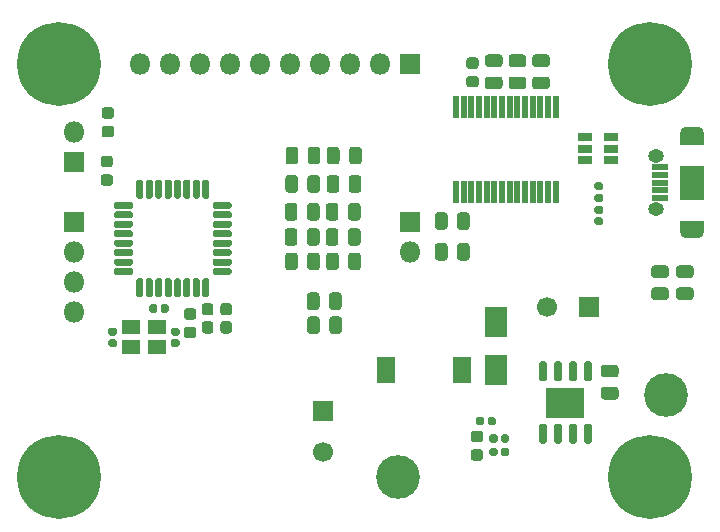
<source format=gbr>
%TF.GenerationSoftware,KiCad,Pcbnew,5.1.6*%
%TF.CreationDate,2021-04-06T07:59:24+02:00*%
%TF.ProjectId,teriyaki,74657269-7961-46b6-992e-6b696361645f,rev?*%
%TF.SameCoordinates,Original*%
%TF.FileFunction,Soldermask,Top*%
%TF.FilePolarity,Negative*%
%FSLAX46Y46*%
G04 Gerber Fmt 4.6, Leading zero omitted, Abs format (unit mm)*
G04 Created by KiCad (PCBNEW 5.1.6) date 2021-04-06 07:59:24*
%MOMM*%
%LPD*%
G01*
G04 APERTURE LIST*
%ADD10O,1.800000X1.800000*%
%ADD11R,1.800000X1.800000*%
%ADD12C,0.900000*%
%ADD13C,7.100000*%
%ADD14C,1.700000*%
%ADD15R,1.700000X1.700000*%
%ADD16R,1.900000X2.600000*%
%ADD17O,1.350000X1.150000*%
%ADD18R,1.450000X0.500000*%
%ADD19O,2.000000X1.100000*%
%ADD20R,2.000000X3.000000*%
%ADD21R,2.000000X0.975000*%
%ADD22R,1.600000X2.300000*%
%ADD23C,3.700000*%
%ADD24R,3.200000X2.510000*%
%ADD25R,0.550000X1.850000*%
%ADD26R,1.160000X0.750000*%
%ADD27R,1.500000X1.300000*%
G04 APERTURE END LIST*
%TO.C,R15*%
G36*
G01*
X95848750Y-94942500D02*
X96411250Y-94942500D01*
G75*
G02*
X96655000Y-95186250I0J-243750D01*
G01*
X96655000Y-95673750D01*
G75*
G02*
X96411250Y-95917500I-243750J0D01*
G01*
X95848750Y-95917500D01*
G75*
G02*
X95605000Y-95673750I0J243750D01*
G01*
X95605000Y-95186250D01*
G75*
G02*
X95848750Y-94942500I243750J0D01*
G01*
G37*
G36*
G01*
X95848750Y-93367500D02*
X96411250Y-93367500D01*
G75*
G02*
X96655000Y-93611250I0J-243750D01*
G01*
X96655000Y-94098750D01*
G75*
G02*
X96411250Y-94342500I-243750J0D01*
G01*
X95848750Y-94342500D01*
G75*
G02*
X95605000Y-94098750I0J243750D01*
G01*
X95605000Y-93611250D01*
G75*
G02*
X95848750Y-93367500I243750J0D01*
G01*
G37*
%TD*%
%TO.C,R14*%
G36*
G01*
X96315250Y-98441500D02*
X95752750Y-98441500D01*
G75*
G02*
X95509000Y-98197750I0J243750D01*
G01*
X95509000Y-97710250D01*
G75*
G02*
X95752750Y-97466500I243750J0D01*
G01*
X96315250Y-97466500D01*
G75*
G02*
X96559000Y-97710250I0J-243750D01*
G01*
X96559000Y-98197750D01*
G75*
G02*
X96315250Y-98441500I-243750J0D01*
G01*
G37*
G36*
G01*
X96315250Y-100016500D02*
X95752750Y-100016500D01*
G75*
G02*
X95509000Y-99772750I0J243750D01*
G01*
X95509000Y-99285250D01*
G75*
G02*
X95752750Y-99041500I243750J0D01*
G01*
X96315250Y-99041500D01*
G75*
G02*
X96559000Y-99285250I0J-243750D01*
G01*
X96559000Y-99772750D01*
G75*
G02*
X96315250Y-100016500I-243750J0D01*
G01*
G37*
%TD*%
%TO.C,U2*%
G36*
G01*
X98100000Y-107570000D02*
X96800000Y-107570000D01*
G75*
G02*
X96650000Y-107420000I0J150000D01*
G01*
X96650000Y-107120000D01*
G75*
G02*
X96800000Y-106970000I150000J0D01*
G01*
X98100000Y-106970000D01*
G75*
G02*
X98250000Y-107120000I0J-150000D01*
G01*
X98250000Y-107420000D01*
G75*
G02*
X98100000Y-107570000I-150000J0D01*
G01*
G37*
G36*
G01*
X98100000Y-106770000D02*
X96800000Y-106770000D01*
G75*
G02*
X96650000Y-106620000I0J150000D01*
G01*
X96650000Y-106320000D01*
G75*
G02*
X96800000Y-106170000I150000J0D01*
G01*
X98100000Y-106170000D01*
G75*
G02*
X98250000Y-106320000I0J-150000D01*
G01*
X98250000Y-106620000D01*
G75*
G02*
X98100000Y-106770000I-150000J0D01*
G01*
G37*
G36*
G01*
X98100000Y-105970000D02*
X96800000Y-105970000D01*
G75*
G02*
X96650000Y-105820000I0J150000D01*
G01*
X96650000Y-105520000D01*
G75*
G02*
X96800000Y-105370000I150000J0D01*
G01*
X98100000Y-105370000D01*
G75*
G02*
X98250000Y-105520000I0J-150000D01*
G01*
X98250000Y-105820000D01*
G75*
G02*
X98100000Y-105970000I-150000J0D01*
G01*
G37*
G36*
G01*
X98100000Y-105170000D02*
X96800000Y-105170000D01*
G75*
G02*
X96650000Y-105020000I0J150000D01*
G01*
X96650000Y-104720000D01*
G75*
G02*
X96800000Y-104570000I150000J0D01*
G01*
X98100000Y-104570000D01*
G75*
G02*
X98250000Y-104720000I0J-150000D01*
G01*
X98250000Y-105020000D01*
G75*
G02*
X98100000Y-105170000I-150000J0D01*
G01*
G37*
G36*
G01*
X98100000Y-104370000D02*
X96800000Y-104370000D01*
G75*
G02*
X96650000Y-104220000I0J150000D01*
G01*
X96650000Y-103920000D01*
G75*
G02*
X96800000Y-103770000I150000J0D01*
G01*
X98100000Y-103770000D01*
G75*
G02*
X98250000Y-103920000I0J-150000D01*
G01*
X98250000Y-104220000D01*
G75*
G02*
X98100000Y-104370000I-150000J0D01*
G01*
G37*
G36*
G01*
X98100000Y-103570000D02*
X96800000Y-103570000D01*
G75*
G02*
X96650000Y-103420000I0J150000D01*
G01*
X96650000Y-103120000D01*
G75*
G02*
X96800000Y-102970000I150000J0D01*
G01*
X98100000Y-102970000D01*
G75*
G02*
X98250000Y-103120000I0J-150000D01*
G01*
X98250000Y-103420000D01*
G75*
G02*
X98100000Y-103570000I-150000J0D01*
G01*
G37*
G36*
G01*
X98100000Y-102770000D02*
X96800000Y-102770000D01*
G75*
G02*
X96650000Y-102620000I0J150000D01*
G01*
X96650000Y-102320000D01*
G75*
G02*
X96800000Y-102170000I150000J0D01*
G01*
X98100000Y-102170000D01*
G75*
G02*
X98250000Y-102320000I0J-150000D01*
G01*
X98250000Y-102620000D01*
G75*
G02*
X98100000Y-102770000I-150000J0D01*
G01*
G37*
G36*
G01*
X98100000Y-101970000D02*
X96800000Y-101970000D01*
G75*
G02*
X96650000Y-101820000I0J150000D01*
G01*
X96650000Y-101520000D01*
G75*
G02*
X96800000Y-101370000I150000J0D01*
G01*
X98100000Y-101370000D01*
G75*
G02*
X98250000Y-101520000I0J-150000D01*
G01*
X98250000Y-101820000D01*
G75*
G02*
X98100000Y-101970000I-150000J0D01*
G01*
G37*
G36*
G01*
X98975000Y-101095000D02*
X98675000Y-101095000D01*
G75*
G02*
X98525000Y-100945000I0J150000D01*
G01*
X98525000Y-99645000D01*
G75*
G02*
X98675000Y-99495000I150000J0D01*
G01*
X98975000Y-99495000D01*
G75*
G02*
X99125000Y-99645000I0J-150000D01*
G01*
X99125000Y-100945000D01*
G75*
G02*
X98975000Y-101095000I-150000J0D01*
G01*
G37*
G36*
G01*
X99775000Y-101095000D02*
X99475000Y-101095000D01*
G75*
G02*
X99325000Y-100945000I0J150000D01*
G01*
X99325000Y-99645000D01*
G75*
G02*
X99475000Y-99495000I150000J0D01*
G01*
X99775000Y-99495000D01*
G75*
G02*
X99925000Y-99645000I0J-150000D01*
G01*
X99925000Y-100945000D01*
G75*
G02*
X99775000Y-101095000I-150000J0D01*
G01*
G37*
G36*
G01*
X100575000Y-101095000D02*
X100275000Y-101095000D01*
G75*
G02*
X100125000Y-100945000I0J150000D01*
G01*
X100125000Y-99645000D01*
G75*
G02*
X100275000Y-99495000I150000J0D01*
G01*
X100575000Y-99495000D01*
G75*
G02*
X100725000Y-99645000I0J-150000D01*
G01*
X100725000Y-100945000D01*
G75*
G02*
X100575000Y-101095000I-150000J0D01*
G01*
G37*
G36*
G01*
X101375000Y-101095000D02*
X101075000Y-101095000D01*
G75*
G02*
X100925000Y-100945000I0J150000D01*
G01*
X100925000Y-99645000D01*
G75*
G02*
X101075000Y-99495000I150000J0D01*
G01*
X101375000Y-99495000D01*
G75*
G02*
X101525000Y-99645000I0J-150000D01*
G01*
X101525000Y-100945000D01*
G75*
G02*
X101375000Y-101095000I-150000J0D01*
G01*
G37*
G36*
G01*
X102175000Y-101095000D02*
X101875000Y-101095000D01*
G75*
G02*
X101725000Y-100945000I0J150000D01*
G01*
X101725000Y-99645000D01*
G75*
G02*
X101875000Y-99495000I150000J0D01*
G01*
X102175000Y-99495000D01*
G75*
G02*
X102325000Y-99645000I0J-150000D01*
G01*
X102325000Y-100945000D01*
G75*
G02*
X102175000Y-101095000I-150000J0D01*
G01*
G37*
G36*
G01*
X102975000Y-101095000D02*
X102675000Y-101095000D01*
G75*
G02*
X102525000Y-100945000I0J150000D01*
G01*
X102525000Y-99645000D01*
G75*
G02*
X102675000Y-99495000I150000J0D01*
G01*
X102975000Y-99495000D01*
G75*
G02*
X103125000Y-99645000I0J-150000D01*
G01*
X103125000Y-100945000D01*
G75*
G02*
X102975000Y-101095000I-150000J0D01*
G01*
G37*
G36*
G01*
X103775000Y-101095000D02*
X103475000Y-101095000D01*
G75*
G02*
X103325000Y-100945000I0J150000D01*
G01*
X103325000Y-99645000D01*
G75*
G02*
X103475000Y-99495000I150000J0D01*
G01*
X103775000Y-99495000D01*
G75*
G02*
X103925000Y-99645000I0J-150000D01*
G01*
X103925000Y-100945000D01*
G75*
G02*
X103775000Y-101095000I-150000J0D01*
G01*
G37*
G36*
G01*
X104575000Y-101095000D02*
X104275000Y-101095000D01*
G75*
G02*
X104125000Y-100945000I0J150000D01*
G01*
X104125000Y-99645000D01*
G75*
G02*
X104275000Y-99495000I150000J0D01*
G01*
X104575000Y-99495000D01*
G75*
G02*
X104725000Y-99645000I0J-150000D01*
G01*
X104725000Y-100945000D01*
G75*
G02*
X104575000Y-101095000I-150000J0D01*
G01*
G37*
G36*
G01*
X106450000Y-101970000D02*
X105150000Y-101970000D01*
G75*
G02*
X105000000Y-101820000I0J150000D01*
G01*
X105000000Y-101520000D01*
G75*
G02*
X105150000Y-101370000I150000J0D01*
G01*
X106450000Y-101370000D01*
G75*
G02*
X106600000Y-101520000I0J-150000D01*
G01*
X106600000Y-101820000D01*
G75*
G02*
X106450000Y-101970000I-150000J0D01*
G01*
G37*
G36*
G01*
X106450000Y-102770000D02*
X105150000Y-102770000D01*
G75*
G02*
X105000000Y-102620000I0J150000D01*
G01*
X105000000Y-102320000D01*
G75*
G02*
X105150000Y-102170000I150000J0D01*
G01*
X106450000Y-102170000D01*
G75*
G02*
X106600000Y-102320000I0J-150000D01*
G01*
X106600000Y-102620000D01*
G75*
G02*
X106450000Y-102770000I-150000J0D01*
G01*
G37*
G36*
G01*
X106450000Y-103570000D02*
X105150000Y-103570000D01*
G75*
G02*
X105000000Y-103420000I0J150000D01*
G01*
X105000000Y-103120000D01*
G75*
G02*
X105150000Y-102970000I150000J0D01*
G01*
X106450000Y-102970000D01*
G75*
G02*
X106600000Y-103120000I0J-150000D01*
G01*
X106600000Y-103420000D01*
G75*
G02*
X106450000Y-103570000I-150000J0D01*
G01*
G37*
G36*
G01*
X106450000Y-104370000D02*
X105150000Y-104370000D01*
G75*
G02*
X105000000Y-104220000I0J150000D01*
G01*
X105000000Y-103920000D01*
G75*
G02*
X105150000Y-103770000I150000J0D01*
G01*
X106450000Y-103770000D01*
G75*
G02*
X106600000Y-103920000I0J-150000D01*
G01*
X106600000Y-104220000D01*
G75*
G02*
X106450000Y-104370000I-150000J0D01*
G01*
G37*
G36*
G01*
X106450000Y-105170000D02*
X105150000Y-105170000D01*
G75*
G02*
X105000000Y-105020000I0J150000D01*
G01*
X105000000Y-104720000D01*
G75*
G02*
X105150000Y-104570000I150000J0D01*
G01*
X106450000Y-104570000D01*
G75*
G02*
X106600000Y-104720000I0J-150000D01*
G01*
X106600000Y-105020000D01*
G75*
G02*
X106450000Y-105170000I-150000J0D01*
G01*
G37*
G36*
G01*
X106450000Y-105970000D02*
X105150000Y-105970000D01*
G75*
G02*
X105000000Y-105820000I0J150000D01*
G01*
X105000000Y-105520000D01*
G75*
G02*
X105150000Y-105370000I150000J0D01*
G01*
X106450000Y-105370000D01*
G75*
G02*
X106600000Y-105520000I0J-150000D01*
G01*
X106600000Y-105820000D01*
G75*
G02*
X106450000Y-105970000I-150000J0D01*
G01*
G37*
G36*
G01*
X106450000Y-106770000D02*
X105150000Y-106770000D01*
G75*
G02*
X105000000Y-106620000I0J150000D01*
G01*
X105000000Y-106320000D01*
G75*
G02*
X105150000Y-106170000I150000J0D01*
G01*
X106450000Y-106170000D01*
G75*
G02*
X106600000Y-106320000I0J-150000D01*
G01*
X106600000Y-106620000D01*
G75*
G02*
X106450000Y-106770000I-150000J0D01*
G01*
G37*
G36*
G01*
X106450000Y-107570000D02*
X105150000Y-107570000D01*
G75*
G02*
X105000000Y-107420000I0J150000D01*
G01*
X105000000Y-107120000D01*
G75*
G02*
X105150000Y-106970000I150000J0D01*
G01*
X106450000Y-106970000D01*
G75*
G02*
X106600000Y-107120000I0J-150000D01*
G01*
X106600000Y-107420000D01*
G75*
G02*
X106450000Y-107570000I-150000J0D01*
G01*
G37*
G36*
G01*
X104575000Y-109445000D02*
X104275000Y-109445000D01*
G75*
G02*
X104125000Y-109295000I0J150000D01*
G01*
X104125000Y-107995000D01*
G75*
G02*
X104275000Y-107845000I150000J0D01*
G01*
X104575000Y-107845000D01*
G75*
G02*
X104725000Y-107995000I0J-150000D01*
G01*
X104725000Y-109295000D01*
G75*
G02*
X104575000Y-109445000I-150000J0D01*
G01*
G37*
G36*
G01*
X103775000Y-109445000D02*
X103475000Y-109445000D01*
G75*
G02*
X103325000Y-109295000I0J150000D01*
G01*
X103325000Y-107995000D01*
G75*
G02*
X103475000Y-107845000I150000J0D01*
G01*
X103775000Y-107845000D01*
G75*
G02*
X103925000Y-107995000I0J-150000D01*
G01*
X103925000Y-109295000D01*
G75*
G02*
X103775000Y-109445000I-150000J0D01*
G01*
G37*
G36*
G01*
X102975000Y-109445000D02*
X102675000Y-109445000D01*
G75*
G02*
X102525000Y-109295000I0J150000D01*
G01*
X102525000Y-107995000D01*
G75*
G02*
X102675000Y-107845000I150000J0D01*
G01*
X102975000Y-107845000D01*
G75*
G02*
X103125000Y-107995000I0J-150000D01*
G01*
X103125000Y-109295000D01*
G75*
G02*
X102975000Y-109445000I-150000J0D01*
G01*
G37*
G36*
G01*
X102175000Y-109445000D02*
X101875000Y-109445000D01*
G75*
G02*
X101725000Y-109295000I0J150000D01*
G01*
X101725000Y-107995000D01*
G75*
G02*
X101875000Y-107845000I150000J0D01*
G01*
X102175000Y-107845000D01*
G75*
G02*
X102325000Y-107995000I0J-150000D01*
G01*
X102325000Y-109295000D01*
G75*
G02*
X102175000Y-109445000I-150000J0D01*
G01*
G37*
G36*
G01*
X101375000Y-109445000D02*
X101075000Y-109445000D01*
G75*
G02*
X100925000Y-109295000I0J150000D01*
G01*
X100925000Y-107995000D01*
G75*
G02*
X101075000Y-107845000I150000J0D01*
G01*
X101375000Y-107845000D01*
G75*
G02*
X101525000Y-107995000I0J-150000D01*
G01*
X101525000Y-109295000D01*
G75*
G02*
X101375000Y-109445000I-150000J0D01*
G01*
G37*
G36*
G01*
X100575000Y-109445000D02*
X100275000Y-109445000D01*
G75*
G02*
X100125000Y-109295000I0J150000D01*
G01*
X100125000Y-107995000D01*
G75*
G02*
X100275000Y-107845000I150000J0D01*
G01*
X100575000Y-107845000D01*
G75*
G02*
X100725000Y-107995000I0J-150000D01*
G01*
X100725000Y-109295000D01*
G75*
G02*
X100575000Y-109445000I-150000J0D01*
G01*
G37*
G36*
G01*
X99775000Y-109445000D02*
X99475000Y-109445000D01*
G75*
G02*
X99325000Y-109295000I0J150000D01*
G01*
X99325000Y-107995000D01*
G75*
G02*
X99475000Y-107845000I150000J0D01*
G01*
X99775000Y-107845000D01*
G75*
G02*
X99925000Y-107995000I0J-150000D01*
G01*
X99925000Y-109295000D01*
G75*
G02*
X99775000Y-109445000I-150000J0D01*
G01*
G37*
G36*
G01*
X98975000Y-109445000D02*
X98675000Y-109445000D01*
G75*
G02*
X98525000Y-109295000I0J150000D01*
G01*
X98525000Y-107995000D01*
G75*
G02*
X98675000Y-107845000I150000J0D01*
G01*
X98975000Y-107845000D01*
G75*
G02*
X99125000Y-107995000I0J-150000D01*
G01*
X99125000Y-109295000D01*
G75*
G02*
X98975000Y-109445000I-150000J0D01*
G01*
G37*
%TD*%
%TO.C,C13*%
G36*
G01*
X102808750Y-111947500D02*
X103371250Y-111947500D01*
G75*
G02*
X103615000Y-112191250I0J-243750D01*
G01*
X103615000Y-112678750D01*
G75*
G02*
X103371250Y-112922500I-243750J0D01*
G01*
X102808750Y-112922500D01*
G75*
G02*
X102565000Y-112678750I0J243750D01*
G01*
X102565000Y-112191250D01*
G75*
G02*
X102808750Y-111947500I243750J0D01*
G01*
G37*
G36*
G01*
X102808750Y-110372500D02*
X103371250Y-110372500D01*
G75*
G02*
X103615000Y-110616250I0J-243750D01*
G01*
X103615000Y-111103750D01*
G75*
G02*
X103371250Y-111347500I-243750J0D01*
G01*
X102808750Y-111347500D01*
G75*
G02*
X102565000Y-111103750I0J243750D01*
G01*
X102565000Y-110616250D01*
G75*
G02*
X102808750Y-110372500I243750J0D01*
G01*
G37*
%TD*%
D10*
%TO.C,J3*%
X98830000Y-89680000D03*
X101370000Y-89680000D03*
X103910000Y-89680000D03*
X106450000Y-89680000D03*
X108990000Y-89680000D03*
X111530000Y-89680000D03*
X114070000Y-89680000D03*
X116610000Y-89680000D03*
X119150000Y-89680000D03*
D11*
X121690000Y-89680000D03*
%TD*%
D10*
%TO.C,J4*%
X93230000Y-95430000D03*
D11*
X93230000Y-97970000D03*
%TD*%
D12*
%TO.C,H3*%
X93856155Y-122843845D03*
X92000000Y-122075000D03*
X90143845Y-122843845D03*
X89375000Y-124700000D03*
X90143845Y-126556155D03*
X92000000Y-127325000D03*
X93856155Y-126556155D03*
X94625000Y-124700000D03*
D13*
X92000000Y-124700000D03*
%TD*%
D12*
%TO.C,H4*%
X143856155Y-87843845D03*
X142000000Y-87075000D03*
X140143845Y-87843845D03*
X139375000Y-89700000D03*
X140143845Y-91556155D03*
X142000000Y-92325000D03*
X143856155Y-91556155D03*
X144625000Y-89700000D03*
D13*
X142000000Y-89700000D03*
%TD*%
D12*
%TO.C,H2*%
X93856155Y-87843845D03*
X92000000Y-87075000D03*
X90143845Y-87843845D03*
X89375000Y-89700000D03*
X90143845Y-91556155D03*
X92000000Y-92325000D03*
X93856155Y-91556155D03*
X94625000Y-89700000D03*
D13*
X92000000Y-89700000D03*
%TD*%
D12*
%TO.C,H1*%
X143856155Y-122843845D03*
X142000000Y-122075000D03*
X140143845Y-122843845D03*
X139375000Y-124700000D03*
X140143845Y-126556155D03*
X142000000Y-127325000D03*
X143856155Y-126556155D03*
X144625000Y-124700000D03*
D13*
X142000000Y-124700000D03*
%TD*%
%TO.C,C1*%
G36*
G01*
X131281250Y-89962500D02*
X130318750Y-89962500D01*
G75*
G02*
X130050000Y-89693750I0J268750D01*
G01*
X130050000Y-89156250D01*
G75*
G02*
X130318750Y-88887500I268750J0D01*
G01*
X131281250Y-88887500D01*
G75*
G02*
X131550000Y-89156250I0J-268750D01*
G01*
X131550000Y-89693750D01*
G75*
G02*
X131281250Y-89962500I-268750J0D01*
G01*
G37*
G36*
G01*
X131281250Y-91837500D02*
X130318750Y-91837500D01*
G75*
G02*
X130050000Y-91568750I0J268750D01*
G01*
X130050000Y-91031250D01*
G75*
G02*
X130318750Y-90762500I268750J0D01*
G01*
X131281250Y-90762500D01*
G75*
G02*
X131550000Y-91031250I0J-268750D01*
G01*
X131550000Y-91568750D01*
G75*
G02*
X131281250Y-91837500I-268750J0D01*
G01*
G37*
%TD*%
D14*
%TO.C,C2*%
X133350000Y-110236000D03*
D15*
X136850000Y-110236000D03*
%TD*%
%TO.C,C3*%
G36*
G01*
X129281250Y-89962500D02*
X128318750Y-89962500D01*
G75*
G02*
X128050000Y-89693750I0J268750D01*
G01*
X128050000Y-89156250D01*
G75*
G02*
X128318750Y-88887500I268750J0D01*
G01*
X129281250Y-88887500D01*
G75*
G02*
X129550000Y-89156250I0J-268750D01*
G01*
X129550000Y-89693750D01*
G75*
G02*
X129281250Y-89962500I-268750J0D01*
G01*
G37*
G36*
G01*
X129281250Y-91837500D02*
X128318750Y-91837500D01*
G75*
G02*
X128050000Y-91568750I0J268750D01*
G01*
X128050000Y-91031250D01*
G75*
G02*
X128318750Y-90762500I268750J0D01*
G01*
X129281250Y-90762500D01*
G75*
G02*
X129550000Y-91031250I0J-268750D01*
G01*
X129550000Y-91568750D01*
G75*
G02*
X129281250Y-91837500I-268750J0D01*
G01*
G37*
%TD*%
%TO.C,C4*%
G36*
G01*
X138139250Y-117034500D02*
X139101750Y-117034500D01*
G75*
G02*
X139370500Y-117303250I0J-268750D01*
G01*
X139370500Y-117840750D01*
G75*
G02*
X139101750Y-118109500I-268750J0D01*
G01*
X138139250Y-118109500D01*
G75*
G02*
X137870500Y-117840750I0J268750D01*
G01*
X137870500Y-117303250D01*
G75*
G02*
X138139250Y-117034500I268750J0D01*
G01*
G37*
G36*
G01*
X138139250Y-115159500D02*
X139101750Y-115159500D01*
G75*
G02*
X139370500Y-115428250I0J-268750D01*
G01*
X139370500Y-115965750D01*
G75*
G02*
X139101750Y-116234500I-268750J0D01*
G01*
X138139250Y-116234500D01*
G75*
G02*
X137870500Y-115965750I0J268750D01*
G01*
X137870500Y-115428250D01*
G75*
G02*
X138139250Y-115159500I268750J0D01*
G01*
G37*
%TD*%
%TO.C,C5*%
G36*
G01*
X127281250Y-90112500D02*
X126718750Y-90112500D01*
G75*
G02*
X126475000Y-89868750I0J243750D01*
G01*
X126475000Y-89381250D01*
G75*
G02*
X126718750Y-89137500I243750J0D01*
G01*
X127281250Y-89137500D01*
G75*
G02*
X127525000Y-89381250I0J-243750D01*
G01*
X127525000Y-89868750D01*
G75*
G02*
X127281250Y-90112500I-243750J0D01*
G01*
G37*
G36*
G01*
X127281250Y-91687500D02*
X126718750Y-91687500D01*
G75*
G02*
X126475000Y-91443750I0J243750D01*
G01*
X126475000Y-90956250D01*
G75*
G02*
X126718750Y-90712500I243750J0D01*
G01*
X127281250Y-90712500D01*
G75*
G02*
X127525000Y-90956250I0J-243750D01*
G01*
X127525000Y-91443750D01*
G75*
G02*
X127281250Y-91687500I-243750J0D01*
G01*
G37*
%TD*%
%TO.C,C6*%
G36*
G01*
X133281250Y-89962500D02*
X132318750Y-89962500D01*
G75*
G02*
X132050000Y-89693750I0J268750D01*
G01*
X132050000Y-89156250D01*
G75*
G02*
X132318750Y-88887500I268750J0D01*
G01*
X133281250Y-88887500D01*
G75*
G02*
X133550000Y-89156250I0J-268750D01*
G01*
X133550000Y-89693750D01*
G75*
G02*
X133281250Y-89962500I-268750J0D01*
G01*
G37*
G36*
G01*
X133281250Y-91837500D02*
X132318750Y-91837500D01*
G75*
G02*
X132050000Y-91568750I0J268750D01*
G01*
X132050000Y-91031250D01*
G75*
G02*
X132318750Y-90762500I268750J0D01*
G01*
X133281250Y-90762500D01*
G75*
G02*
X133550000Y-91031250I0J-268750D01*
G01*
X133550000Y-91568750D01*
G75*
G02*
X133281250Y-91837500I-268750J0D01*
G01*
G37*
%TD*%
D14*
%TO.C,C7*%
X114325400Y-122549800D03*
D15*
X114325400Y-119049800D03*
%TD*%
%TO.C,C8*%
G36*
G01*
X96722500Y-112705000D02*
X96327500Y-112705000D01*
G75*
G02*
X96155000Y-112532500I0J172500D01*
G01*
X96155000Y-112187500D01*
G75*
G02*
X96327500Y-112015000I172500J0D01*
G01*
X96722500Y-112015000D01*
G75*
G02*
X96895000Y-112187500I0J-172500D01*
G01*
X96895000Y-112532500D01*
G75*
G02*
X96722500Y-112705000I-172500J0D01*
G01*
G37*
G36*
G01*
X96722500Y-113675000D02*
X96327500Y-113675000D01*
G75*
G02*
X96155000Y-113502500I0J172500D01*
G01*
X96155000Y-113157500D01*
G75*
G02*
X96327500Y-112985000I172500J0D01*
G01*
X96722500Y-112985000D01*
G75*
G02*
X96895000Y-113157500I0J-172500D01*
G01*
X96895000Y-113502500D01*
G75*
G02*
X96722500Y-113675000I-172500J0D01*
G01*
G37*
%TD*%
%TO.C,C9*%
G36*
G01*
X101627500Y-112985000D02*
X102022500Y-112985000D01*
G75*
G02*
X102195000Y-113157500I0J-172500D01*
G01*
X102195000Y-113502500D01*
G75*
G02*
X102022500Y-113675000I-172500J0D01*
G01*
X101627500Y-113675000D01*
G75*
G02*
X101455000Y-113502500I0J172500D01*
G01*
X101455000Y-113157500D01*
G75*
G02*
X101627500Y-112985000I172500J0D01*
G01*
G37*
G36*
G01*
X101627500Y-112015000D02*
X102022500Y-112015000D01*
G75*
G02*
X102195000Y-112187500I0J-172500D01*
G01*
X102195000Y-112532500D01*
G75*
G02*
X102022500Y-112705000I-172500J0D01*
G01*
X101627500Y-112705000D01*
G75*
G02*
X101455000Y-112532500I0J172500D01*
G01*
X101455000Y-112187500D01*
G75*
G02*
X101627500Y-112015000I172500J0D01*
G01*
G37*
%TD*%
%TO.C,C10*%
G36*
G01*
X127660650Y-121716100D02*
X127098150Y-121716100D01*
G75*
G02*
X126854400Y-121472350I0J243750D01*
G01*
X126854400Y-120984850D01*
G75*
G02*
X127098150Y-120741100I243750J0D01*
G01*
X127660650Y-120741100D01*
G75*
G02*
X127904400Y-120984850I0J-243750D01*
G01*
X127904400Y-121472350D01*
G75*
G02*
X127660650Y-121716100I-243750J0D01*
G01*
G37*
G36*
G01*
X127660650Y-123291100D02*
X127098150Y-123291100D01*
G75*
G02*
X126854400Y-123047350I0J243750D01*
G01*
X126854400Y-122559850D01*
G75*
G02*
X127098150Y-122316100I243750J0D01*
G01*
X127660650Y-122316100D01*
G75*
G02*
X127904400Y-122559850I0J-243750D01*
G01*
X127904400Y-123047350D01*
G75*
G02*
X127660650Y-123291100I-243750J0D01*
G01*
G37*
%TD*%
%TO.C,C11*%
G36*
G01*
X105662500Y-110748250D02*
X105662500Y-110185750D01*
G75*
G02*
X105906250Y-109942000I243750J0D01*
G01*
X106393750Y-109942000D01*
G75*
G02*
X106637500Y-110185750I0J-243750D01*
G01*
X106637500Y-110748250D01*
G75*
G02*
X106393750Y-110992000I-243750J0D01*
G01*
X105906250Y-110992000D01*
G75*
G02*
X105662500Y-110748250I0J243750D01*
G01*
G37*
G36*
G01*
X104087500Y-110748250D02*
X104087500Y-110185750D01*
G75*
G02*
X104331250Y-109942000I243750J0D01*
G01*
X104818750Y-109942000D01*
G75*
G02*
X105062500Y-110185750I0J-243750D01*
G01*
X105062500Y-110748250D01*
G75*
G02*
X104818750Y-110992000I-243750J0D01*
G01*
X104331250Y-110992000D01*
G75*
G02*
X104087500Y-110748250I0J243750D01*
G01*
G37*
%TD*%
%TO.C,C12*%
G36*
G01*
X105662500Y-112276250D02*
X105662500Y-111713750D01*
G75*
G02*
X105906250Y-111470000I243750J0D01*
G01*
X106393750Y-111470000D01*
G75*
G02*
X106637500Y-111713750I0J-243750D01*
G01*
X106637500Y-112276250D01*
G75*
G02*
X106393750Y-112520000I-243750J0D01*
G01*
X105906250Y-112520000D01*
G75*
G02*
X105662500Y-112276250I0J243750D01*
G01*
G37*
G36*
G01*
X104087500Y-112276250D02*
X104087500Y-111713750D01*
G75*
G02*
X104331250Y-111470000I243750J0D01*
G01*
X104818750Y-111470000D01*
G75*
G02*
X105062500Y-111713750I0J-243750D01*
G01*
X105062500Y-112276250D01*
G75*
G02*
X104818750Y-112520000I-243750J0D01*
G01*
X104331250Y-112520000D01*
G75*
G02*
X104087500Y-112276250I0J243750D01*
G01*
G37*
%TD*%
D16*
%TO.C,D1*%
X129032000Y-111570000D03*
X129032000Y-115570000D03*
%TD*%
D17*
%TO.C,J1*%
X142550000Y-101975000D03*
D18*
X142875000Y-101050000D03*
X142875000Y-100400000D03*
X142875000Y-99750000D03*
X142875000Y-98450000D03*
D17*
X142550000Y-97525000D03*
D19*
X145550000Y-103925000D03*
X145550000Y-95575000D03*
D18*
X142875000Y-99100000D03*
D20*
X145550000Y-99750000D03*
D21*
X145550000Y-96012500D03*
X145550000Y-103487500D03*
%TD*%
D10*
%TO.C,J2*%
X121700000Y-105590000D03*
D11*
X121700000Y-103050000D03*
%TD*%
D10*
%TO.C,J_SWIM1*%
X93230000Y-110670000D03*
X93230000Y-108130000D03*
X93230000Y-105590000D03*
D11*
X93230000Y-103050000D03*
%TD*%
D22*
%TO.C,L1*%
X119711000Y-115570000D03*
X126111000Y-115570000D03*
%TD*%
%TO.C,LED1*%
G36*
G01*
X112207500Y-105931750D02*
X112207500Y-106894250D01*
G75*
G02*
X111938750Y-107163000I-268750J0D01*
G01*
X111401250Y-107163000D01*
G75*
G02*
X111132500Y-106894250I0J268750D01*
G01*
X111132500Y-105931750D01*
G75*
G02*
X111401250Y-105663000I268750J0D01*
G01*
X111938750Y-105663000D01*
G75*
G02*
X112207500Y-105931750I0J-268750D01*
G01*
G37*
G36*
G01*
X114082500Y-105931750D02*
X114082500Y-106894250D01*
G75*
G02*
X113813750Y-107163000I-268750J0D01*
G01*
X113276250Y-107163000D01*
G75*
G02*
X113007500Y-106894250I0J268750D01*
G01*
X113007500Y-105931750D01*
G75*
G02*
X113276250Y-105663000I268750J0D01*
G01*
X113813750Y-105663000D01*
G75*
G02*
X114082500Y-105931750I0J-268750D01*
G01*
G37*
%TD*%
%TO.C,LED2*%
G36*
G01*
X112177500Y-103871750D02*
X112177500Y-104834250D01*
G75*
G02*
X111908750Y-105103000I-268750J0D01*
G01*
X111371250Y-105103000D01*
G75*
G02*
X111102500Y-104834250I0J268750D01*
G01*
X111102500Y-103871750D01*
G75*
G02*
X111371250Y-103603000I268750J0D01*
G01*
X111908750Y-103603000D01*
G75*
G02*
X112177500Y-103871750I0J-268750D01*
G01*
G37*
G36*
G01*
X114052500Y-103871750D02*
X114052500Y-104834250D01*
G75*
G02*
X113783750Y-105103000I-268750J0D01*
G01*
X113246250Y-105103000D01*
G75*
G02*
X112977500Y-104834250I0J268750D01*
G01*
X112977500Y-103871750D01*
G75*
G02*
X113246250Y-103603000I268750J0D01*
G01*
X113783750Y-103603000D01*
G75*
G02*
X114052500Y-103871750I0J-268750D01*
G01*
G37*
%TD*%
%TO.C,LED3*%
G36*
G01*
X112177500Y-101731750D02*
X112177500Y-102694250D01*
G75*
G02*
X111908750Y-102963000I-268750J0D01*
G01*
X111371250Y-102963000D01*
G75*
G02*
X111102500Y-102694250I0J268750D01*
G01*
X111102500Y-101731750D01*
G75*
G02*
X111371250Y-101463000I268750J0D01*
G01*
X111908750Y-101463000D01*
G75*
G02*
X112177500Y-101731750I0J-268750D01*
G01*
G37*
G36*
G01*
X114052500Y-101731750D02*
X114052500Y-102694250D01*
G75*
G02*
X113783750Y-102963000I-268750J0D01*
G01*
X113246250Y-102963000D01*
G75*
G02*
X112977500Y-102694250I0J268750D01*
G01*
X112977500Y-101731750D01*
G75*
G02*
X113246250Y-101463000I268750J0D01*
G01*
X113783750Y-101463000D01*
G75*
G02*
X114052500Y-101731750I0J-268750D01*
G01*
G37*
%TD*%
%TO.C,LED_3V31*%
G36*
G01*
X114075700Y-111338750D02*
X114075700Y-112301250D01*
G75*
G02*
X113806950Y-112570000I-268750J0D01*
G01*
X113269450Y-112570000D01*
G75*
G02*
X113000700Y-112301250I0J268750D01*
G01*
X113000700Y-111338750D01*
G75*
G02*
X113269450Y-111070000I268750J0D01*
G01*
X113806950Y-111070000D01*
G75*
G02*
X114075700Y-111338750I0J-268750D01*
G01*
G37*
G36*
G01*
X115950700Y-111338750D02*
X115950700Y-112301250D01*
G75*
G02*
X115681950Y-112570000I-268750J0D01*
G01*
X115144450Y-112570000D01*
G75*
G02*
X114875700Y-112301250I0J268750D01*
G01*
X114875700Y-111338750D01*
G75*
G02*
X115144450Y-111070000I268750J0D01*
G01*
X115681950Y-111070000D01*
G75*
G02*
X115950700Y-111338750I0J-268750D01*
G01*
G37*
%TD*%
%TO.C,LED_5V1*%
G36*
G01*
X142396150Y-108614300D02*
X143358650Y-108614300D01*
G75*
G02*
X143627400Y-108883050I0J-268750D01*
G01*
X143627400Y-109420550D01*
G75*
G02*
X143358650Y-109689300I-268750J0D01*
G01*
X142396150Y-109689300D01*
G75*
G02*
X142127400Y-109420550I0J268750D01*
G01*
X142127400Y-108883050D01*
G75*
G02*
X142396150Y-108614300I268750J0D01*
G01*
G37*
G36*
G01*
X142396150Y-106739300D02*
X143358650Y-106739300D01*
G75*
G02*
X143627400Y-107008050I0J-268750D01*
G01*
X143627400Y-107545550D01*
G75*
G02*
X143358650Y-107814300I-268750J0D01*
G01*
X142396150Y-107814300D01*
G75*
G02*
X142127400Y-107545550I0J268750D01*
G01*
X142127400Y-107008050D01*
G75*
G02*
X142396150Y-106739300I268750J0D01*
G01*
G37*
%TD*%
%TO.C,LED_RX1*%
G36*
G01*
X113022700Y-100336850D02*
X113022700Y-99374350D01*
G75*
G02*
X113291450Y-99105600I268750J0D01*
G01*
X113828950Y-99105600D01*
G75*
G02*
X114097700Y-99374350I0J-268750D01*
G01*
X114097700Y-100336850D01*
G75*
G02*
X113828950Y-100605600I-268750J0D01*
G01*
X113291450Y-100605600D01*
G75*
G02*
X113022700Y-100336850I0J268750D01*
G01*
G37*
G36*
G01*
X111147700Y-100336850D02*
X111147700Y-99374350D01*
G75*
G02*
X111416450Y-99105600I268750J0D01*
G01*
X111953950Y-99105600D01*
G75*
G02*
X112222700Y-99374350I0J-268750D01*
G01*
X112222700Y-100336850D01*
G75*
G02*
X111953950Y-100605600I-268750J0D01*
G01*
X111416450Y-100605600D01*
G75*
G02*
X111147700Y-100336850I0J268750D01*
G01*
G37*
%TD*%
%TO.C,LED_TX1*%
G36*
G01*
X113047700Y-97936850D02*
X113047700Y-96974350D01*
G75*
G02*
X113316450Y-96705600I268750J0D01*
G01*
X113853950Y-96705600D01*
G75*
G02*
X114122700Y-96974350I0J-268750D01*
G01*
X114122700Y-97936850D01*
G75*
G02*
X113853950Y-98205600I-268750J0D01*
G01*
X113316450Y-98205600D01*
G75*
G02*
X113047700Y-97936850I0J268750D01*
G01*
G37*
G36*
G01*
X111172700Y-97936850D02*
X111172700Y-96974350D01*
G75*
G02*
X111441450Y-96705600I268750J0D01*
G01*
X111978950Y-96705600D01*
G75*
G02*
X112247700Y-96974350I0J-268750D01*
G01*
X112247700Y-97936850D01*
G75*
G02*
X111978950Y-98205600I-268750J0D01*
G01*
X111441450Y-98205600D01*
G75*
G02*
X111172700Y-97936850I0J268750D01*
G01*
G37*
%TD*%
%TO.C,R1*%
G36*
G01*
X137892300Y-100405400D02*
X137497300Y-100405400D01*
G75*
G02*
X137324800Y-100232900I0J172500D01*
G01*
X137324800Y-99887900D01*
G75*
G02*
X137497300Y-99715400I172500J0D01*
G01*
X137892300Y-99715400D01*
G75*
G02*
X138064800Y-99887900I0J-172500D01*
G01*
X138064800Y-100232900D01*
G75*
G02*
X137892300Y-100405400I-172500J0D01*
G01*
G37*
G36*
G01*
X137892300Y-101375400D02*
X137497300Y-101375400D01*
G75*
G02*
X137324800Y-101202900I0J172500D01*
G01*
X137324800Y-100857900D01*
G75*
G02*
X137497300Y-100685400I172500J0D01*
G01*
X137892300Y-100685400D01*
G75*
G02*
X138064800Y-100857900I0J-172500D01*
G01*
X138064800Y-101202900D01*
G75*
G02*
X137892300Y-101375400I-172500J0D01*
G01*
G37*
%TD*%
%TO.C,R2*%
G36*
G01*
X137892300Y-102390400D02*
X137497300Y-102390400D01*
G75*
G02*
X137324800Y-102217900I0J172500D01*
G01*
X137324800Y-101872900D01*
G75*
G02*
X137497300Y-101700400I172500J0D01*
G01*
X137892300Y-101700400D01*
G75*
G02*
X138064800Y-101872900I0J-172500D01*
G01*
X138064800Y-102217900D01*
G75*
G02*
X137892300Y-102390400I-172500J0D01*
G01*
G37*
G36*
G01*
X137892300Y-103360400D02*
X137497300Y-103360400D01*
G75*
G02*
X137324800Y-103187900I0J172500D01*
G01*
X137324800Y-102842900D01*
G75*
G02*
X137497300Y-102670400I172500J0D01*
G01*
X137892300Y-102670400D01*
G75*
G02*
X138064800Y-102842900I0J-172500D01*
G01*
X138064800Y-103187900D01*
G75*
G02*
X137892300Y-103360400I-172500J0D01*
G01*
G37*
%TD*%
%TO.C,R3*%
G36*
G01*
X125687500Y-103481250D02*
X125687500Y-102518750D01*
G75*
G02*
X125956250Y-102250000I268750J0D01*
G01*
X126493750Y-102250000D01*
G75*
G02*
X126762500Y-102518750I0J-268750D01*
G01*
X126762500Y-103481250D01*
G75*
G02*
X126493750Y-103750000I-268750J0D01*
G01*
X125956250Y-103750000D01*
G75*
G02*
X125687500Y-103481250I0J268750D01*
G01*
G37*
G36*
G01*
X123812500Y-103481250D02*
X123812500Y-102518750D01*
G75*
G02*
X124081250Y-102250000I268750J0D01*
G01*
X124618750Y-102250000D01*
G75*
G02*
X124887500Y-102518750I0J-268750D01*
G01*
X124887500Y-103481250D01*
G75*
G02*
X124618750Y-103750000I-268750J0D01*
G01*
X124081250Y-103750000D01*
G75*
G02*
X123812500Y-103481250I0J268750D01*
G01*
G37*
%TD*%
%TO.C,R4*%
G36*
G01*
X125687500Y-106081250D02*
X125687500Y-105118750D01*
G75*
G02*
X125956250Y-104850000I268750J0D01*
G01*
X126493750Y-104850000D01*
G75*
G02*
X126762500Y-105118750I0J-268750D01*
G01*
X126762500Y-106081250D01*
G75*
G02*
X126493750Y-106350000I-268750J0D01*
G01*
X125956250Y-106350000D01*
G75*
G02*
X125687500Y-106081250I0J268750D01*
G01*
G37*
G36*
G01*
X123812500Y-106081250D02*
X123812500Y-105118750D01*
G75*
G02*
X124081250Y-104850000I268750J0D01*
G01*
X124618750Y-104850000D01*
G75*
G02*
X124887500Y-105118750I0J-268750D01*
G01*
X124887500Y-106081250D01*
G75*
G02*
X124618750Y-106350000I-268750J0D01*
G01*
X124081250Y-106350000D01*
G75*
G02*
X123812500Y-106081250I0J268750D01*
G01*
G37*
%TD*%
%TO.C,R5*%
G36*
G01*
X115747700Y-96974350D02*
X115747700Y-97936850D01*
G75*
G02*
X115478950Y-98205600I-268750J0D01*
G01*
X114941450Y-98205600D01*
G75*
G02*
X114672700Y-97936850I0J268750D01*
G01*
X114672700Y-96974350D01*
G75*
G02*
X114941450Y-96705600I268750J0D01*
G01*
X115478950Y-96705600D01*
G75*
G02*
X115747700Y-96974350I0J-268750D01*
G01*
G37*
G36*
G01*
X117622700Y-96974350D02*
X117622700Y-97936850D01*
G75*
G02*
X117353950Y-98205600I-268750J0D01*
G01*
X116816450Y-98205600D01*
G75*
G02*
X116547700Y-97936850I0J268750D01*
G01*
X116547700Y-96974350D01*
G75*
G02*
X116816450Y-96705600I268750J0D01*
G01*
X117353950Y-96705600D01*
G75*
G02*
X117622700Y-96974350I0J-268750D01*
G01*
G37*
%TD*%
%TO.C,R6*%
G36*
G01*
X115722700Y-99374350D02*
X115722700Y-100336850D01*
G75*
G02*
X115453950Y-100605600I-268750J0D01*
G01*
X114916450Y-100605600D01*
G75*
G02*
X114647700Y-100336850I0J268750D01*
G01*
X114647700Y-99374350D01*
G75*
G02*
X114916450Y-99105600I268750J0D01*
G01*
X115453950Y-99105600D01*
G75*
G02*
X115722700Y-99374350I0J-268750D01*
G01*
G37*
G36*
G01*
X117597700Y-99374350D02*
X117597700Y-100336850D01*
G75*
G02*
X117328950Y-100605600I-268750J0D01*
G01*
X116791450Y-100605600D01*
G75*
G02*
X116522700Y-100336850I0J268750D01*
G01*
X116522700Y-99374350D01*
G75*
G02*
X116791450Y-99105600I268750J0D01*
G01*
X117328950Y-99105600D01*
G75*
G02*
X117597700Y-99374350I0J-268750D01*
G01*
G37*
%TD*%
%TO.C,R7*%
G36*
G01*
X116482500Y-106894250D02*
X116482500Y-105931750D01*
G75*
G02*
X116751250Y-105663000I268750J0D01*
G01*
X117288750Y-105663000D01*
G75*
G02*
X117557500Y-105931750I0J-268750D01*
G01*
X117557500Y-106894250D01*
G75*
G02*
X117288750Y-107163000I-268750J0D01*
G01*
X116751250Y-107163000D01*
G75*
G02*
X116482500Y-106894250I0J268750D01*
G01*
G37*
G36*
G01*
X114607500Y-106894250D02*
X114607500Y-105931750D01*
G75*
G02*
X114876250Y-105663000I268750J0D01*
G01*
X115413750Y-105663000D01*
G75*
G02*
X115682500Y-105931750I0J-268750D01*
G01*
X115682500Y-106894250D01*
G75*
G02*
X115413750Y-107163000I-268750J0D01*
G01*
X114876250Y-107163000D01*
G75*
G02*
X114607500Y-106894250I0J268750D01*
G01*
G37*
%TD*%
%TO.C,R8*%
G36*
G01*
X129401400Y-122747100D02*
X129401400Y-122352100D01*
G75*
G02*
X129573900Y-122179600I172500J0D01*
G01*
X129918900Y-122179600D01*
G75*
G02*
X130091400Y-122352100I0J-172500D01*
G01*
X130091400Y-122747100D01*
G75*
G02*
X129918900Y-122919600I-172500J0D01*
G01*
X129573900Y-122919600D01*
G75*
G02*
X129401400Y-122747100I0J172500D01*
G01*
G37*
G36*
G01*
X128431400Y-122747100D02*
X128431400Y-122352100D01*
G75*
G02*
X128603900Y-122179600I172500J0D01*
G01*
X128948900Y-122179600D01*
G75*
G02*
X129121400Y-122352100I0J-172500D01*
G01*
X129121400Y-122747100D01*
G75*
G02*
X128948900Y-122919600I-172500J0D01*
G01*
X128603900Y-122919600D01*
G75*
G02*
X128431400Y-122747100I0J172500D01*
G01*
G37*
%TD*%
%TO.C,R9*%
G36*
G01*
X129121400Y-121209100D02*
X129121400Y-121604100D01*
G75*
G02*
X128948900Y-121776600I-172500J0D01*
G01*
X128603900Y-121776600D01*
G75*
G02*
X128431400Y-121604100I0J172500D01*
G01*
X128431400Y-121209100D01*
G75*
G02*
X128603900Y-121036600I172500J0D01*
G01*
X128948900Y-121036600D01*
G75*
G02*
X129121400Y-121209100I0J-172500D01*
G01*
G37*
G36*
G01*
X130091400Y-121209100D02*
X130091400Y-121604100D01*
G75*
G02*
X129918900Y-121776600I-172500J0D01*
G01*
X129573900Y-121776600D01*
G75*
G02*
X129401400Y-121604100I0J172500D01*
G01*
X129401400Y-121209100D01*
G75*
G02*
X129573900Y-121036600I172500J0D01*
G01*
X129918900Y-121036600D01*
G75*
G02*
X130091400Y-121209100I0J-172500D01*
G01*
G37*
%TD*%
%TO.C,R10*%
G36*
G01*
X127999000Y-119735900D02*
X127999000Y-120130900D01*
G75*
G02*
X127826500Y-120303400I-172500J0D01*
G01*
X127481500Y-120303400D01*
G75*
G02*
X127309000Y-120130900I0J172500D01*
G01*
X127309000Y-119735900D01*
G75*
G02*
X127481500Y-119563400I172500J0D01*
G01*
X127826500Y-119563400D01*
G75*
G02*
X127999000Y-119735900I0J-172500D01*
G01*
G37*
G36*
G01*
X128969000Y-119735900D02*
X128969000Y-120130900D01*
G75*
G02*
X128796500Y-120303400I-172500J0D01*
G01*
X128451500Y-120303400D01*
G75*
G02*
X128279000Y-120130900I0J172500D01*
G01*
X128279000Y-119735900D01*
G75*
G02*
X128451500Y-119563400I172500J0D01*
G01*
X128796500Y-119563400D01*
G75*
G02*
X128969000Y-119735900I0J-172500D01*
G01*
G37*
%TD*%
%TO.C,R11*%
G36*
G01*
X116452500Y-104834250D02*
X116452500Y-103871750D01*
G75*
G02*
X116721250Y-103603000I268750J0D01*
G01*
X117258750Y-103603000D01*
G75*
G02*
X117527500Y-103871750I0J-268750D01*
G01*
X117527500Y-104834250D01*
G75*
G02*
X117258750Y-105103000I-268750J0D01*
G01*
X116721250Y-105103000D01*
G75*
G02*
X116452500Y-104834250I0J268750D01*
G01*
G37*
G36*
G01*
X114577500Y-104834250D02*
X114577500Y-103871750D01*
G75*
G02*
X114846250Y-103603000I268750J0D01*
G01*
X115383750Y-103603000D01*
G75*
G02*
X115652500Y-103871750I0J-268750D01*
G01*
X115652500Y-104834250D01*
G75*
G02*
X115383750Y-105103000I-268750J0D01*
G01*
X114846250Y-105103000D01*
G75*
G02*
X114577500Y-104834250I0J268750D01*
G01*
G37*
%TD*%
%TO.C,R12*%
G36*
G01*
X100600000Y-110592500D02*
X100600000Y-110197500D01*
G75*
G02*
X100772500Y-110025000I172500J0D01*
G01*
X101117500Y-110025000D01*
G75*
G02*
X101290000Y-110197500I0J-172500D01*
G01*
X101290000Y-110592500D01*
G75*
G02*
X101117500Y-110765000I-172500J0D01*
G01*
X100772500Y-110765000D01*
G75*
G02*
X100600000Y-110592500I0J172500D01*
G01*
G37*
G36*
G01*
X99630000Y-110592500D02*
X99630000Y-110197500D01*
G75*
G02*
X99802500Y-110025000I172500J0D01*
G01*
X100147500Y-110025000D01*
G75*
G02*
X100320000Y-110197500I0J-172500D01*
G01*
X100320000Y-110592500D01*
G75*
G02*
X100147500Y-110765000I-172500J0D01*
G01*
X99802500Y-110765000D01*
G75*
G02*
X99630000Y-110592500I0J172500D01*
G01*
G37*
%TD*%
%TO.C,R13*%
G36*
G01*
X116452500Y-102694250D02*
X116452500Y-101731750D01*
G75*
G02*
X116721250Y-101463000I268750J0D01*
G01*
X117258750Y-101463000D01*
G75*
G02*
X117527500Y-101731750I0J-268750D01*
G01*
X117527500Y-102694250D01*
G75*
G02*
X117258750Y-102963000I-268750J0D01*
G01*
X116721250Y-102963000D01*
G75*
G02*
X116452500Y-102694250I0J268750D01*
G01*
G37*
G36*
G01*
X114577500Y-102694250D02*
X114577500Y-101731750D01*
G75*
G02*
X114846250Y-101463000I268750J0D01*
G01*
X115383750Y-101463000D01*
G75*
G02*
X115652500Y-101731750I0J-268750D01*
G01*
X115652500Y-102694250D01*
G75*
G02*
X115383750Y-102963000I-268750J0D01*
G01*
X114846250Y-102963000D01*
G75*
G02*
X114577500Y-102694250I0J268750D01*
G01*
G37*
%TD*%
%TO.C,R16*%
G36*
G01*
X114049500Y-109307350D02*
X114049500Y-110269850D01*
G75*
G02*
X113780750Y-110538600I-268750J0D01*
G01*
X113243250Y-110538600D01*
G75*
G02*
X112974500Y-110269850I0J268750D01*
G01*
X112974500Y-109307350D01*
G75*
G02*
X113243250Y-109038600I268750J0D01*
G01*
X113780750Y-109038600D01*
G75*
G02*
X114049500Y-109307350I0J-268750D01*
G01*
G37*
G36*
G01*
X115924500Y-109307350D02*
X115924500Y-110269850D01*
G75*
G02*
X115655750Y-110538600I-268750J0D01*
G01*
X115118250Y-110538600D01*
G75*
G02*
X114849500Y-110269850I0J268750D01*
G01*
X114849500Y-109307350D01*
G75*
G02*
X115118250Y-109038600I268750J0D01*
G01*
X115655750Y-109038600D01*
G75*
G02*
X115924500Y-109307350I0J-268750D01*
G01*
G37*
%TD*%
%TO.C,R17*%
G36*
G01*
X144496150Y-108614300D02*
X145458650Y-108614300D01*
G75*
G02*
X145727400Y-108883050I0J-268750D01*
G01*
X145727400Y-109420550D01*
G75*
G02*
X145458650Y-109689300I-268750J0D01*
G01*
X144496150Y-109689300D01*
G75*
G02*
X144227400Y-109420550I0J268750D01*
G01*
X144227400Y-108883050D01*
G75*
G02*
X144496150Y-108614300I268750J0D01*
G01*
G37*
G36*
G01*
X144496150Y-106739300D02*
X145458650Y-106739300D01*
G75*
G02*
X145727400Y-107008050I0J-268750D01*
G01*
X145727400Y-107545550D01*
G75*
G02*
X145458650Y-107814300I-268750J0D01*
G01*
X144496150Y-107814300D01*
G75*
G02*
X144227400Y-107545550I0J268750D01*
G01*
X144227400Y-107008050D01*
G75*
G02*
X144496150Y-106739300I268750J0D01*
G01*
G37*
%TD*%
D23*
%TO.C,TP1*%
X120680000Y-124690000D03*
%TD*%
%TO.C,TP2*%
X143400000Y-117700000D03*
%TD*%
%TO.C,U1*%
G36*
G01*
X136604000Y-114864000D02*
X136954000Y-114864000D01*
G75*
G02*
X137129000Y-115039000I0J-175000D01*
G01*
X137129000Y-116389000D01*
G75*
G02*
X136954000Y-116564000I-175000J0D01*
G01*
X136604000Y-116564000D01*
G75*
G02*
X136429000Y-116389000I0J175000D01*
G01*
X136429000Y-115039000D01*
G75*
G02*
X136604000Y-114864000I175000J0D01*
G01*
G37*
G36*
G01*
X135334000Y-114864000D02*
X135684000Y-114864000D01*
G75*
G02*
X135859000Y-115039000I0J-175000D01*
G01*
X135859000Y-116389000D01*
G75*
G02*
X135684000Y-116564000I-175000J0D01*
G01*
X135334000Y-116564000D01*
G75*
G02*
X135159000Y-116389000I0J175000D01*
G01*
X135159000Y-115039000D01*
G75*
G02*
X135334000Y-114864000I175000J0D01*
G01*
G37*
G36*
G01*
X134064000Y-114864000D02*
X134414000Y-114864000D01*
G75*
G02*
X134589000Y-115039000I0J-175000D01*
G01*
X134589000Y-116389000D01*
G75*
G02*
X134414000Y-116564000I-175000J0D01*
G01*
X134064000Y-116564000D01*
G75*
G02*
X133889000Y-116389000I0J175000D01*
G01*
X133889000Y-115039000D01*
G75*
G02*
X134064000Y-114864000I175000J0D01*
G01*
G37*
G36*
G01*
X132794000Y-114864000D02*
X133144000Y-114864000D01*
G75*
G02*
X133319000Y-115039000I0J-175000D01*
G01*
X133319000Y-116389000D01*
G75*
G02*
X133144000Y-116564000I-175000J0D01*
G01*
X132794000Y-116564000D01*
G75*
G02*
X132619000Y-116389000I0J175000D01*
G01*
X132619000Y-115039000D01*
G75*
G02*
X132794000Y-114864000I175000J0D01*
G01*
G37*
G36*
G01*
X132794000Y-120164000D02*
X133144000Y-120164000D01*
G75*
G02*
X133319000Y-120339000I0J-175000D01*
G01*
X133319000Y-121689000D01*
G75*
G02*
X133144000Y-121864000I-175000J0D01*
G01*
X132794000Y-121864000D01*
G75*
G02*
X132619000Y-121689000I0J175000D01*
G01*
X132619000Y-120339000D01*
G75*
G02*
X132794000Y-120164000I175000J0D01*
G01*
G37*
G36*
G01*
X134064000Y-120164000D02*
X134414000Y-120164000D01*
G75*
G02*
X134589000Y-120339000I0J-175000D01*
G01*
X134589000Y-121689000D01*
G75*
G02*
X134414000Y-121864000I-175000J0D01*
G01*
X134064000Y-121864000D01*
G75*
G02*
X133889000Y-121689000I0J175000D01*
G01*
X133889000Y-120339000D01*
G75*
G02*
X134064000Y-120164000I175000J0D01*
G01*
G37*
G36*
G01*
X135334000Y-120164000D02*
X135684000Y-120164000D01*
G75*
G02*
X135859000Y-120339000I0J-175000D01*
G01*
X135859000Y-121689000D01*
G75*
G02*
X135684000Y-121864000I-175000J0D01*
G01*
X135334000Y-121864000D01*
G75*
G02*
X135159000Y-121689000I0J175000D01*
G01*
X135159000Y-120339000D01*
G75*
G02*
X135334000Y-120164000I175000J0D01*
G01*
G37*
G36*
G01*
X136604000Y-120164000D02*
X136954000Y-120164000D01*
G75*
G02*
X137129000Y-120339000I0J-175000D01*
G01*
X137129000Y-121689000D01*
G75*
G02*
X136954000Y-121864000I-175000J0D01*
G01*
X136604000Y-121864000D01*
G75*
G02*
X136429000Y-121689000I0J175000D01*
G01*
X136429000Y-120339000D01*
G75*
G02*
X136604000Y-120164000I175000J0D01*
G01*
G37*
D24*
X134874000Y-118364000D03*
%TD*%
D25*
%TO.C,U3*%
X125600000Y-100500000D03*
X126250000Y-100500000D03*
X126900000Y-100500000D03*
X127550000Y-100500000D03*
X128200000Y-100500000D03*
X128850000Y-100500000D03*
X129500000Y-100500000D03*
X130150000Y-100500000D03*
X130800000Y-100500000D03*
X131450000Y-100500000D03*
X132100000Y-100500000D03*
X132750000Y-100500000D03*
X133400000Y-100500000D03*
X134050000Y-100500000D03*
X134050000Y-93300000D03*
X133400000Y-93300000D03*
X132750000Y-93300000D03*
X132100000Y-93300000D03*
X131450000Y-93300000D03*
X130800000Y-93300000D03*
X130150000Y-93300000D03*
X129500000Y-93300000D03*
X128850000Y-93300000D03*
X128200000Y-93300000D03*
X127550000Y-93300000D03*
X126900000Y-93300000D03*
X126250000Y-93300000D03*
X125600000Y-93300000D03*
%TD*%
D26*
%TO.C,U4*%
X136567820Y-96857860D03*
X136567820Y-97807860D03*
X136567820Y-95907860D03*
X138767820Y-95907860D03*
X138767820Y-96857860D03*
X138767820Y-97807860D03*
%TD*%
D27*
%TO.C,Y1*%
X98075000Y-111995000D03*
X100275000Y-111995000D03*
X100275000Y-113695000D03*
X98075000Y-113695000D03*
%TD*%
M02*

</source>
